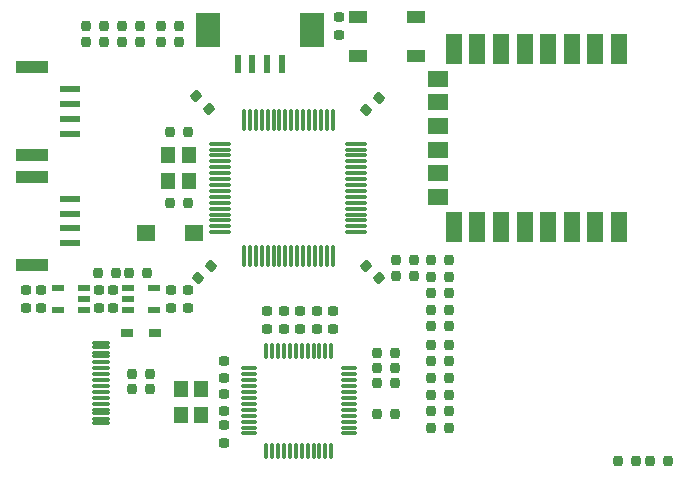
<source format=gtp>
G04*
G04 #@! TF.GenerationSoftware,Altium Limited,Altium Designer,20.0.2 (26)*
G04*
G04 Layer_Color=8421504*
%FSLAX25Y25*%
%MOIN*%
G70*
G01*
G75*
%ADD19R,0.01968X0.06299*%
%ADD20R,0.08268X0.11811*%
%ADD21R,0.10630X0.03937*%
%ADD22R,0.06693X0.02362*%
%ADD23R,0.05512X0.09843*%
%ADD24R,0.06693X0.05512*%
%ADD25O,0.05906X0.01063*%
%ADD26O,0.01063X0.05906*%
G04:AMPARAMS|DCode=27|XSize=31.73mil|YSize=34.02mil|CornerRadius=7.93mil|HoleSize=0mil|Usage=FLASHONLY|Rotation=0.000|XOffset=0mil|YOffset=0mil|HoleType=Round|Shape=RoundedRectangle|*
%AMROUNDEDRECTD27*
21,1,0.03173,0.01815,0,0,0.0*
21,1,0.01587,0.03402,0,0,0.0*
1,1,0.01587,0.00793,-0.00907*
1,1,0.01587,-0.00793,-0.00907*
1,1,0.01587,-0.00793,0.00907*
1,1,0.01587,0.00793,0.00907*
%
%ADD27ROUNDEDRECTD27*%
G04:AMPARAMS|DCode=28|XSize=31.73mil|YSize=34.02mil|CornerRadius=7.93mil|HoleSize=0mil|Usage=FLASHONLY|Rotation=270.000|XOffset=0mil|YOffset=0mil|HoleType=Round|Shape=RoundedRectangle|*
%AMROUNDEDRECTD28*
21,1,0.03173,0.01815,0,0,270.0*
21,1,0.01587,0.03402,0,0,270.0*
1,1,0.01587,-0.00907,-0.00793*
1,1,0.01587,-0.00907,0.00793*
1,1,0.01587,0.00907,0.00793*
1,1,0.01587,0.00907,-0.00793*
%
%ADD28ROUNDEDRECTD28*%
%ADD29R,0.04724X0.05512*%
%ADD30O,0.07874X0.01181*%
%ADD31O,0.01181X0.07874*%
%ADD32R,0.05906X0.03937*%
%ADD33R,0.03937X0.02362*%
G04:AMPARAMS|DCode=34|XSize=31.73mil|YSize=34.02mil|CornerRadius=7.93mil|HoleSize=0mil|Usage=FLASHONLY|Rotation=225.000|XOffset=0mil|YOffset=0mil|HoleType=Round|Shape=RoundedRectangle|*
%AMROUNDEDRECTD34*
21,1,0.03173,0.01815,0,0,225.0*
21,1,0.01587,0.03402,0,0,225.0*
1,1,0.01587,-0.01203,0.00081*
1,1,0.01587,-0.00081,0.01203*
1,1,0.01587,0.01203,-0.00081*
1,1,0.01587,0.00081,-0.01203*
%
%ADD34ROUNDEDRECTD34*%
G04:AMPARAMS|DCode=35|XSize=31.73mil|YSize=34.02mil|CornerRadius=7.93mil|HoleSize=0mil|Usage=FLASHONLY|Rotation=135.000|XOffset=0mil|YOffset=0mil|HoleType=Round|Shape=RoundedRectangle|*
%AMROUNDEDRECTD35*
21,1,0.03173,0.01815,0,0,135.0*
21,1,0.01587,0.03402,0,0,135.0*
1,1,0.01587,0.00081,0.01203*
1,1,0.01587,0.01203,0.00081*
1,1,0.01587,-0.00081,-0.01203*
1,1,0.01587,-0.01203,-0.00081*
%
%ADD35ROUNDEDRECTD35*%
%ADD36R,0.06024X0.05354*%
G04:AMPARAMS|DCode=37|XSize=59.06mil|YSize=11.81mil|CornerRadius=2.95mil|HoleSize=0mil|Usage=FLASHONLY|Rotation=0.000|XOffset=0mil|YOffset=0mil|HoleType=Round|Shape=RoundedRectangle|*
%AMROUNDEDRECTD37*
21,1,0.05906,0.00591,0,0,0.0*
21,1,0.05315,0.01181,0,0,0.0*
1,1,0.00591,0.02657,-0.00295*
1,1,0.00591,-0.02657,-0.00295*
1,1,0.00591,-0.02657,0.00295*
1,1,0.00591,0.02657,0.00295*
%
%ADD37ROUNDEDRECTD37*%
%ADD38R,0.03937X0.02953*%
D19*
X-28118Y59791D02*
D03*
X-33039D02*
D03*
X-37960D02*
D03*
X-42882D02*
D03*
D20*
X-52921Y71209D02*
D03*
X-18079D02*
D03*
D21*
X-111299Y58665D02*
D03*
Y29335D02*
D03*
Y22165D02*
D03*
Y-7165D02*
D03*
D22*
X-98701Y36618D02*
D03*
X-98701Y41539D02*
D03*
Y46461D02*
D03*
X-98701Y51382D02*
D03*
Y118D02*
D03*
X-98701Y5039D02*
D03*
Y9961D02*
D03*
X-98701Y14882D02*
D03*
D23*
X84248Y5500D02*
D03*
X76374Y5501D02*
D03*
X68500Y5500D02*
D03*
X60626Y5503D02*
D03*
X52752Y5500D02*
D03*
X44878Y5497D02*
D03*
X37004Y5502D02*
D03*
X29130Y5508D02*
D03*
Y64954D02*
D03*
X37004Y64957D02*
D03*
X44878D02*
D03*
X52752D02*
D03*
X60626D02*
D03*
X68500D02*
D03*
X76374D02*
D03*
X84248D02*
D03*
D24*
X24008Y15555D02*
D03*
X24011Y23429D02*
D03*
Y31300D02*
D03*
Y39177D02*
D03*
X24013Y47046D02*
D03*
X24007Y54912D02*
D03*
D25*
X-5768Y-63327D02*
D03*
Y-61358D02*
D03*
X-5768Y-59390D02*
D03*
X-5768Y-57421D02*
D03*
X-5768Y-55453D02*
D03*
Y-53484D02*
D03*
Y-51516D02*
D03*
X-5768Y-49547D02*
D03*
X-5768Y-47579D02*
D03*
X-5768Y-45610D02*
D03*
X-5768Y-43642D02*
D03*
X-5768Y-41673D02*
D03*
X-39232D02*
D03*
Y-43642D02*
D03*
Y-45610D02*
D03*
Y-47579D02*
D03*
X-39232Y-49547D02*
D03*
X-39232Y-51516D02*
D03*
X-39232Y-53484D02*
D03*
X-39232Y-55453D02*
D03*
X-39232Y-57421D02*
D03*
X-39232Y-59390D02*
D03*
X-39232Y-61358D02*
D03*
Y-63327D02*
D03*
D26*
X-11673Y-35768D02*
D03*
X-13642D02*
D03*
X-15610D02*
D03*
X-17579Y-35768D02*
D03*
X-19547Y-35768D02*
D03*
X-21516Y-35768D02*
D03*
X-23484Y-35768D02*
D03*
X-25453Y-35768D02*
D03*
X-27421Y-35768D02*
D03*
X-29390Y-35768D02*
D03*
X-31358Y-35768D02*
D03*
X-33327Y-35768D02*
D03*
X-33327Y-69232D02*
D03*
X-31358D02*
D03*
X-29390Y-69232D02*
D03*
X-27421D02*
D03*
X-25453D02*
D03*
X-23484D02*
D03*
X-21516D02*
D03*
X-19547D02*
D03*
X-17579Y-69232D02*
D03*
X-15610D02*
D03*
X-13642D02*
D03*
X-11673D02*
D03*
D27*
X21535Y-33750D02*
D03*
X27465D02*
D03*
X9465Y-57000D02*
D03*
X3536Y-57000D02*
D03*
X27500Y-39300D02*
D03*
X21571D02*
D03*
X27465Y-27500D02*
D03*
X21535D02*
D03*
X9465Y-46500D02*
D03*
X3535D02*
D03*
X21535Y-11050D02*
D03*
X27465D02*
D03*
X10035Y-11000D02*
D03*
X15965D02*
D03*
X9500Y-41500D02*
D03*
X3571D02*
D03*
X9465Y-36500D02*
D03*
X3535Y-36500D02*
D03*
X21535Y-5500D02*
D03*
X27465D02*
D03*
X10035Y-5500D02*
D03*
X15965Y-5500D02*
D03*
X21571Y-55950D02*
D03*
X27500D02*
D03*
X21535Y-50400D02*
D03*
X27465D02*
D03*
X21535Y-16600D02*
D03*
X27465D02*
D03*
X84000Y-72500D02*
D03*
X89929Y-72500D02*
D03*
X21535Y-22150D02*
D03*
X27465Y-22150D02*
D03*
X27500Y-61500D02*
D03*
X21571Y-61500D02*
D03*
X27465Y-44850D02*
D03*
X21535Y-44850D02*
D03*
X100464Y-72500D02*
D03*
X94535D02*
D03*
X-68500Y72500D02*
D03*
X-62571D02*
D03*
Y67000D02*
D03*
X-68500D02*
D03*
X-81500Y72500D02*
D03*
X-75571D02*
D03*
Y67000D02*
D03*
X-81500D02*
D03*
X-93500Y72500D02*
D03*
X-87571D02*
D03*
Y67000D02*
D03*
X-93500D02*
D03*
X-59535Y13500D02*
D03*
X-65465D02*
D03*
X-59535Y37000D02*
D03*
X-65465D02*
D03*
X-89465Y-10000D02*
D03*
X-83535D02*
D03*
X-79000D02*
D03*
X-73071D02*
D03*
X-78000Y-43500D02*
D03*
X-72071D02*
D03*
X-77965Y-48500D02*
D03*
X-72035D02*
D03*
D28*
X-11000Y-22535D02*
D03*
X-11000Y-28465D02*
D03*
X-16500Y-22535D02*
D03*
Y-28465D02*
D03*
X-47500Y-55965D02*
D03*
X-47500Y-50035D02*
D03*
X-22000Y-22535D02*
D03*
X-22000Y-28465D02*
D03*
X-27500Y-22535D02*
D03*
Y-28465D02*
D03*
X-33000Y-22535D02*
D03*
Y-28465D02*
D03*
X-47500Y-60535D02*
D03*
Y-66465D02*
D03*
X-47500Y-39035D02*
D03*
X-47500Y-44965D02*
D03*
X-9000Y69535D02*
D03*
Y75465D02*
D03*
X-108500Y-15535D02*
D03*
Y-21465D02*
D03*
X-113500Y-15535D02*
D03*
Y-21465D02*
D03*
X-89000D02*
D03*
Y-15535D02*
D03*
X-59500Y-21429D02*
D03*
Y-15500D02*
D03*
X-65000Y-21465D02*
D03*
Y-15535D02*
D03*
X-84500Y-21465D02*
D03*
Y-15535D02*
D03*
D29*
X-55000Y-48500D02*
D03*
X-55000Y-57161D02*
D03*
X-61890D02*
D03*
Y-48500D02*
D03*
X-59055Y29331D02*
D03*
Y20670D02*
D03*
X-65945D02*
D03*
Y29331D02*
D03*
D30*
X-48637Y33264D02*
D03*
Y31295D02*
D03*
Y29327D02*
D03*
Y27358D02*
D03*
Y25390D02*
D03*
Y23421D02*
D03*
Y21453D02*
D03*
Y19484D02*
D03*
Y17516D02*
D03*
Y15547D02*
D03*
Y13579D02*
D03*
Y11610D02*
D03*
Y9642D02*
D03*
Y7673D02*
D03*
Y5705D02*
D03*
Y3736D02*
D03*
X-3363D02*
D03*
Y5705D02*
D03*
Y7673D02*
D03*
Y9642D02*
D03*
Y11610D02*
D03*
Y13579D02*
D03*
Y15547D02*
D03*
Y17516D02*
D03*
Y19484D02*
D03*
Y21453D02*
D03*
Y23421D02*
D03*
Y25390D02*
D03*
Y27358D02*
D03*
Y29327D02*
D03*
Y31295D02*
D03*
Y33264D02*
D03*
D31*
X-40764Y-4137D02*
D03*
X-38795D02*
D03*
X-36827D02*
D03*
X-34858D02*
D03*
X-32890D02*
D03*
X-30921D02*
D03*
X-28953D02*
D03*
X-26984D02*
D03*
X-25016D02*
D03*
X-23047D02*
D03*
X-21079D02*
D03*
X-19110D02*
D03*
X-17142D02*
D03*
X-15173D02*
D03*
X-13205D02*
D03*
X-11236D02*
D03*
Y41137D02*
D03*
X-13205D02*
D03*
X-15173D02*
D03*
X-17142D02*
D03*
X-19110D02*
D03*
X-21079D02*
D03*
X-23047D02*
D03*
X-25016D02*
D03*
X-26984D02*
D03*
X-28953D02*
D03*
X-30921D02*
D03*
X-32890D02*
D03*
X-34858D02*
D03*
X-36827D02*
D03*
X-38795D02*
D03*
X-40764D02*
D03*
D32*
X16646Y62504D02*
D03*
Y75496D02*
D03*
X-2646D02*
D03*
Y62504D02*
D03*
D33*
X-102831Y-22241D02*
D03*
Y-14760D02*
D03*
X-94169Y-22240D02*
D03*
Y-14761D02*
D03*
Y-18500D02*
D03*
X-70669Y-14760D02*
D03*
Y-22241D02*
D03*
X-79331Y-14761D02*
D03*
Y-22240D02*
D03*
Y-18499D02*
D03*
D34*
X4096Y48596D02*
D03*
X-96Y44404D02*
D03*
X-56096Y-11596D02*
D03*
X-51904Y-7404D02*
D03*
D35*
X4096Y-11596D02*
D03*
X-96Y-7404D02*
D03*
X-56596Y49096D02*
D03*
X-52404Y44904D02*
D03*
D36*
X-73512Y3500D02*
D03*
X-57488D02*
D03*
D37*
X-88579Y-59689D02*
D03*
Y-58508D02*
D03*
Y-56539D02*
D03*
Y-55358D02*
D03*
Y-53390D02*
D03*
Y-51421D02*
D03*
Y-49453D02*
D03*
Y-47484D02*
D03*
Y-45516D02*
D03*
Y-43547D02*
D03*
Y-41579D02*
D03*
Y-39610D02*
D03*
Y-37642D02*
D03*
Y-36461D02*
D03*
Y-34492D02*
D03*
Y-33311D02*
D03*
D38*
X-79616Y-30000D02*
D03*
X-70384D02*
D03*
M02*

</source>
